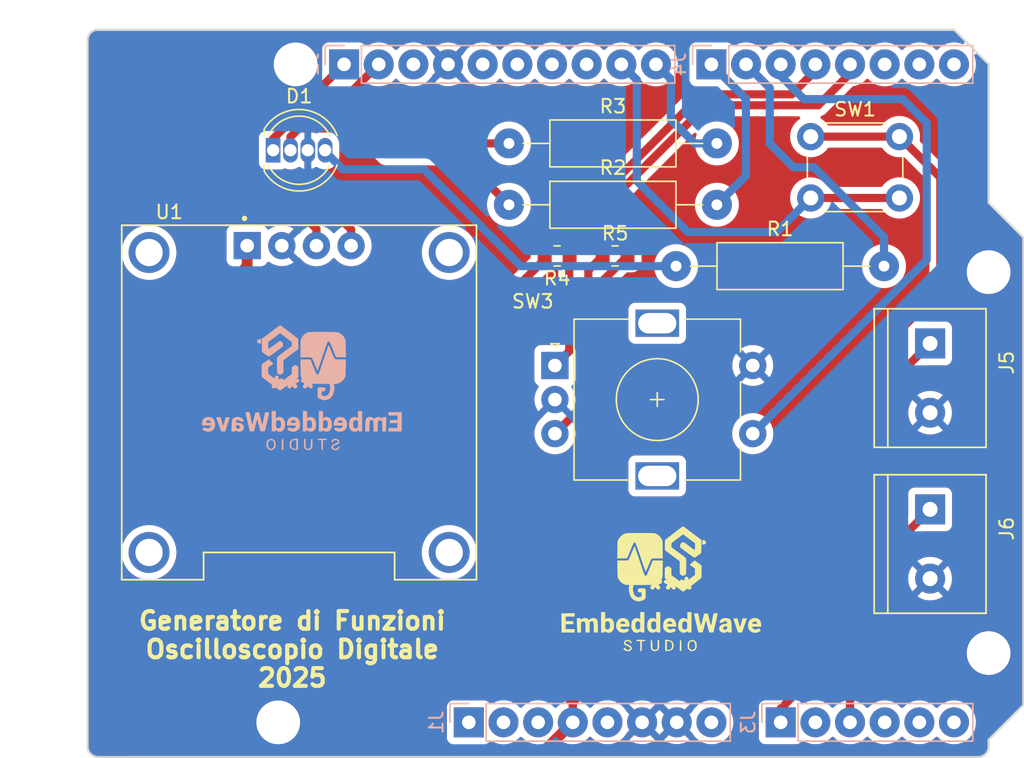
<source format=kicad_pcb>
(kicad_pcb (version 20241229) (generator "pcbnew") (generator_version "9.0")
  (title_block (date "mar. 31 mars 2015"))
  (layers (0 "F.Cu" signal) (2 "B.Cu" signal) (13 "F.Paste" user) (15 "B.Paste" user) (5 "F.SilkS" user "F.Silkscreen") (7 "B.SilkS" user "B.Silkscreen") (1 "F.Mask" user) (3 "B.Mask" user) (25 "Edge.Cuts" user))
  (net 0 "")
  (net 1 "GND")
  (net 3 "+5V")
  (net 4 "/IOREF")
  (net 5 "/A0")
  (net 6 "/A1")
  (net 7 "/A2")
  (net 8 "/A3")
  (net 9 "Net-(D1-RA)")
  (net 10 "Net-(D1-BA)")
  (net 11 "/13")
  (net 12 "/12")
  (net 13 "/AREF")
  (net 14 "Net-(D1-GA)")
  (net 15 "SCL")
  (net 16 "/*11")
  (net 17 "/*10")
  (net 18 "SDA")
  (net 19 "RED")
  (net 20 "/2")
  (net 21 "SW")
  (net 22 "GREEN")
  (net 23 "/TX{slash}1")
  (net 24 "DT")
  (net 25 "/RX{slash}0")
  (net 26 "+3V3")
  (net 27 "VCC")
  (net 28 "/~{RESET}")
  (net 29 "BLUE")
  (net 30 "CLK")
  (net 31 "SW_E")
  (footprint "DAVIDFELIZ:MODULE_DM-OLED096-636" (layer "F.Cu") (at 115.5 74)
    (property "Reference" "U1" (at -9.525 -13.97 0) (layer "F.SilkS"))
    (property "Value" "DM-OLED096-636")
    (pad "1" thru_hole rect (at -3.81 -11.5) (size 2 2) (drill 1) (layers "*.Cu" "*.Mask") (net 26 "+3V3"))
    (pad "2" thru_hole circle (at -1.27 -11.5) (size 2 2) (drill 1) (layers "*.Cu" "*.Mask") (net 1 "GND"))
    (pad "3" thru_hole circle (at 1.27 -11.5) (size 2 2) (drill 1) (layers "*.Cu" "*.Mask") (net 15 "SCL"))
    (pad "4" thru_hole circle (at 3.81 -11.5) (size 2 2) (drill 1) (layers "*.Cu" "*.Mask") (net 18 "SDA"))
    (pad "S1" thru_hole circle (at -11 -11) (size 3 3) (drill 2) (layers "*.Cu" "*.Mask"))
    (pad "S2" thru_hole circle (at 11 -11) (size 3 3) (drill 2) (layers "*.Cu" "*.Mask"))
    (pad "S3" thru_hole circle (at 11 11) (size 3 3) (drill 2) (layers "*.Cu" "*.Mask"))
    (pad "S4" thru_hole circle (at -11 11) (size 3 3) (drill 2) (layers "*.Cu" "*.Mask"))
  )
  (footprint "Resistor_THT:R_Axial_DIN0309_L9.0mm_D3.2mm_P15.24mm_Horizontal" (layer "F.Cu") (at 130.88 55)
    (property "Reference" "R3" (at 7.62 -2.72 0) (layer "F.SilkS"))
    (property "Value" "R")
    (pad "1" thru_hole circle (at 0 0) (size 2.2 2.2) (drill 0.8) (layers "*.Cu" "*.Mask") (net 9 "Net-(D1-RA)"))
    (pad "2" thru_hole circle (at 15.24 0) (size 2.2 2.2) (drill 0.8) (layers "*.Cu" "*.Mask") (net 19 "RED"))
  )
  (footprint "Rotary_Encoder:RotaryEncoder_Alps_EC11E-Switch_Vertical_H20mm" (layer "F.Cu") (at 134.25 71.2875)
    (property "Reference" "SW3" (at -1.625 -4.7 0) (layer "F.SilkS"))
    (property "Value" "RotaryEncoder_Switch_MP")
    (pad "A" thru_hole rect (at 0 0) (size 2 2) (drill 1) (layers "*.Cu" "*.Mask") (net 30 "CLK"))
    (pad "B" thru_hole circle (at 0 5) (size 2 2) (drill 1) (layers "*.Cu" "*.Mask") (net 24 "DT"))
    (pad "C" thru_hole circle (at 0 2.5) (size 2 2) (drill 1) (layers "*.Cu" "*.Mask") (net 1 "GND"))
    (pad "MP" thru_hole rect (at 7.5 -3.1) (size 3.2 2) (drill oval 2.8 1.5) (layers "*.Cu" "*.Mask"))
    (pad "MP" thru_hole rect (at 7.5 8.1) (size 3.2 2) (drill oval 2.8 1.5) (layers "*.Cu" "*.Mask"))
    (pad "S1" thru_hole circle (at 14.5 5) (size 2 2) (drill 1) (layers "*.Cu" "*.Mask") (net 31 "SW_E"))
    (pad "S2" thru_hole circle (at 14.5 0) (size 2 2) (drill 1) (layers "*.Cu" "*.Mask") (net 1 "GND"))
  )
  (footprint "Resistor_THT:R_Axial_DIN0309_L9.0mm_D3.2mm_P15.24mm_Horizontal" (layer "F.Cu") (at 143.13 64)
    (property "Reference" "R1" (at 7.62 -2.72 0) (layer "F.SilkS"))
    (property "Value" "R")
    (pad "1" thru_hole circle (at 0 0) (size 2.2 2.2) (drill 0.8) (layers "*.Cu" "*.Mask") (net 10 "Net-(D1-BA)"))
    (pad "2" thru_hole circle (at 15.24 0) (size 2.2 2.2) (drill 0.8) (layers "*.Cu" "*.Mask") (net 29 "BLUE"))
  )
  (footprint "Arduino_MountingHole:MountingHole_3.2mm" (layer "F.Cu") (at 115.24 49.2)
    (property "Reference" "MH1" (hide yes))
    (property "Value" "MountingHole_3.2mm" (hide yes))
    (pad "" np_thru_hole circle (at 0 0) (size 3.2 3.2) (drill 3.2) (layers "*.Cu" "*.Mask"))
  )
  (footprint "Resistor_SMD:R_0805_2012Metric" (layer "F.Cu") (at 134.4125 63.25 180)
    (property "Reference" "R4" (at 0 -1.65 0) (layer "F.SilkS"))
    (property "Value" "10K")
    (pad "1" smd roundrect (at -0.9125 0 180) (size 1.025 1.4) (layers "F.Cu" "F.Mask" "F.Paste") (roundrect_rratio 0.243902) (net 30 "CLK"))
    (pad "2" smd roundrect (at 0.9125 0 180) (size 1.025 1.4) (layers "F.Cu" "F.Mask" "F.Paste") (roundrect_rratio 0.243902) (net 26 "+3V3"))
  )
  (footprint "Resistor_SMD:R_0805_2012Metric" (layer "F.Cu") (at 138.6625 63.25)
    (property "Reference" "R5" (at 0 -1.65 0) (layer "F.SilkS"))
    (property "Value" "10K")
    (pad "1" smd roundrect (at -0.9125 0) (size 1.025 1.4) (layers "F.Cu" "F.Mask" "F.Paste") (roundrect_rratio 0.243902) (net 24 "DT"))
    (pad "2" smd roundrect (at 0.9125 0) (size 1.025 1.4) (layers "F.Cu" "F.Mask" "F.Paste") (roundrect_rratio 0.243902) (net 26 "+3V3"))
  )
  (footprint "DAVIDFELIZ:logo" (layer "F.Cu") (at 142 87.75)
    (property "Reference" "G***" (at 0 0 0) (layer "F.SilkS") (effects (font (size 1.5 1.5) (thickness 0.3))))
    (property "Value" "LOGO" (hide yes))
  )
  (footprint "Button_Switch_THT:SW_PUSH_6mm" (layer "F.Cu") (at 153 54.5)
    (property "Reference" "SW1" (at 3.25 -2 0) (layer "F.SilkS"))
    (property "Value" "SW_Push")
    (pad "1" thru_hole circle (at 0 0 90) (size 2 2) (drill 1.1) (layers "*.Cu" "*.Mask") (net 26 "+3V3"))
    (pad "1" thru_hole circle (at 6.5 0 90) (size 2 2) (drill 1.1) (layers "*.Cu" "*.Mask") (net 26 "+3V3"))
    (pad "2" thru_hole circle (at 0 4.5 90) (size 2 2) (drill 1.1) (layers "*.Cu" "*.Mask") (net 21 "SW"))
    (pad "2" thru_hole circle (at 6.5 4.5 90) (size 2 2) (drill 1.1) (layers "*.Cu" "*.Mask") (net 21 "SW"))
  )
  (footprint "Resistor_THT:R_Axial_DIN0309_L9.0mm_D3.2mm_P15.24mm_Horizontal" (layer "F.Cu") (at 130.88 59.5)
    (property "Reference" "R2" (at 7.62 -2.72 0) (layer "F.SilkS"))
    (property "Value" "R")
    (pad "1" thru_hole circle (at 0 0) (size 2.2 2.2) (drill 0.8) (layers "*.Cu" "*.Mask") (net 14 "Net-(D1-GA)"))
    (pad "2" thru_hole circle (at 15.24 0) (size 2.2 2.2) (drill 0.8) (layers "*.Cu" "*.Mask") (net 22 "GREEN"))
  )
  (footprint "DAVIDFELIZ:TE_282837-2" (layer "F.Cu") (at 161.75 84.38 -90)
    (property "Reference" "J6" (at -1.127255 -5.614945 90) (layer "F.SilkS") (effects (font (size 1.002039 1.002039))))
    (property "Value" "Screw_Terminal_01x02")
    (pad "1" thru_hole rect (at -2.54 0 270) (size 2.2 2.2) (drill 1.1) (layers "*.Cu" "*.Mask") (net 7 "/A2"))
    (pad "2" thru_hole circle (at 2.54 0 270) (size 2.2 2.2) (drill 1.1) (layers "*.Cu" "*.Mask") (net 1 "GND"))
  )
  (footprint "LED_THT:LED_D5.0mm-4_RGB" (layer "F.Cu") (at 113.595 55.5)
    (property "Reference" "D1" (at 1.905 -3.96 0) (layer "F.SilkS"))
    (property "Value" "LED_RGBK")
    (pad "1" thru_hole rect (at 0 0) (size 1.07 1.8) (drill 0.9) (layers "*.Cu" "*.Mask") (net 9 "Net-(D1-RA)"))
    (pad "2" thru_hole oval (at 1.27 0) (size 1.07 1.8) (drill 0.9) (layers "*.Cu" "*.Mask") (net 14 "Net-(D1-GA)"))
    (pad "3" thru_hole oval (at 2.54 0) (size 1.07 1.8) (drill 0.9) (layers "*.Cu" "*.Mask") (net 1 "GND"))
    (pad "4" thru_hole oval (at 3.81 0) (size 1.07 1.8) (drill 0.9) (layers "*.Cu" "*.Mask") (net 10 "Net-(D1-BA)"))
  )
  (footprint "DAVIDFELIZ:TE_282837-2" (layer "F.Cu") (at 161.75 72.21 -90)
    (property "Reference" "J5" (at -1.127255 -5.614945 90) (layer "F.SilkS") (effects (font (size 1.002039 1.002039))))
    (property "Value" "Screw_Terminal_01x02")
    (pad "1" thru_hole rect (at -2.54 0 270) (size 2.2 2.2) (drill 1.1) (layers "*.Cu" "*.Mask") (net 5 "/A0"))
    (pad "2" thru_hole circle (at 2.54 0 270) (size 2.2 2.2) (drill 1.1) (layers "*.Cu" "*.Mask") (net 1 "GND"))
  )
  (footprint "Arduino_MountingHole:MountingHole_3.2mm" (layer "F.Cu") (at 113.97 97.46)
    (property "Reference" "MH2" (hide yes))
    (property "Value" "MountingHole_3.2mm" (hide yes))
    (pad "" np_thru_hole circle (at 0 0) (size 3.2 3.2) (drill 3.2) (layers "*.Cu" "*.Mask"))
  )
  (footprint "Arduino_MountingHole:MountingHole_3.2mm" (layer "F.Cu") (at 166.04 64.44)
    (property "Reference" "MH3" (hide yes))
    (property "Value" "MountingHole_3.2mm" (hide yes))
    (pad "" np_thru_hole circle (at 0 0) (size 3.2 3.2) (drill 3.2) (layers "*.Cu" "*.Mask"))
  )
  (footprint "Arduino_MountingHole:MountingHole_3.2mm" (layer "F.Cu") (at 166.04 92.38)
    (property "Reference" "MH4" (hide yes))
    (property "Value" "MountingHole_3.2mm" (hide yes))
    (pad "" np_thru_hole circle (at 0 0) (size 3.2 3.2) (drill 3.2) (layers "*.Cu" "*.Mask"))
  )
  (footprint "Connector_PinHeader_2.54mm:PinHeader_1x08_P2.54mm_Vertical" (layer "B.Cu") (at 127.94 97.46 -90)
    (property "Reference" "J1" (at 0 2.38 90) (layer "B.SilkS") (effects (justify mirror)))
    (property "Value" "Power")
    (pad "1" thru_hole rect (at 0 0 270) (size 2.2 2.2) (drill 1) (layers "*.Cu" "*.Mask"))
    (pad "2" thru_hole circle (at 0 -2.54 270) (size 2.2 2.2) (drill 1) (layers "*.Cu" "*.Mask") (net 4 "/IOREF"))
    (pad "3" thru_hole circle (at 0 -5.08 270) (size 2.2 2.2) (drill 1) (layers "*.Cu" "*.Mask") (net 28 "/~{RESET}"))
    (pad "4" thru_hole circle (at 0 -7.62 270) (size 2.2 2.2) (drill 1) (layers "*.Cu" "*.Mask") (net 26 "+3V3"))
    (pad "5" thru_hole circle (at 0 -10.16 270) (size 2.2 2.2) (drill 1) (layers "*.Cu" "*.Mask") (net 3 "+5V"))
    (pad "6" thru_hole circle (at 0 -12.7 270) (size 2.2 2.2) (drill 1) (layers "*.Cu" "*.Mask") (net 1 "GND"))
    (pad "7" thru_hole circle (at 0 -15.24 270) (size 2.2 2.2) (drill 1) (layers "*.Cu" "*.Mask") (net 1 "GND"))
    (pad "8" thru_hole circle (at 0 -17.78 270) (size 2.2 2.2) (drill 1) (layers "*.Cu" "*.Mask") (net 27 "VCC"))
  )
  (footprint "Connector_PinHeader_2.54mm:PinHeader_1x06_P2.54mm_Vertical" (layer "B.Cu") (at 150.8 97.46 -90)
    (property "Reference" "J3" (at 0 2.38 90) (layer "B.SilkS") (effects (justify mirror)))
    (property "Value" "Analog")
    (pad "1" thru_hole rect (at 0 0 270) (size 2.2 2.2) (drill 1) (layers "*.Cu" "*.Mask") (net 5 "/A0"))
    (pad "2" thru_hole circle (at 0 -2.54 270) (size 2.2 2.2) (drill 1) (layers "*.Cu" "*.Mask") (net 6 "/A1"))
    (pad "3" thru_hole circle (at 0 -5.08 270) (size 2.2 2.2) (drill 1) (layers "*.Cu" "*.Mask") (net 7 "/A2"))
    (pad "4" thru_hole circle (at 0 -7.62 270) (size 2.2 2.2) (drill 1) (layers "*.Cu" "*.Mask") (net 8 "/A3"))
    (pad "5" thru_hole circle (at 0 -10.16 270) (size 2.2 2.2) (drill 1) (layers "*.Cu" "*.Mask") (net 18 "SDA"))
    (pad "6" thru_hole circle (at 0 -12.7 270) (size 2.2 2.2) (drill 1) (layers "*.Cu" "*.Mask") (net 15 "SCL"))
  )
  (footprint "Connector_PinHeader_2.54mm:PinHeader_1x10_P2.54mm_Vertical" (layer "B.Cu") (at 118.796 49.2 -90)
    (property "Reference" "J2" (at 0 2.38 90) (layer "B.SilkS") (effects (justify mirror)))
    (property "Value" "Digital/PWM")
    (pad "1" thru_hole rect (at 0 0 270) (size 2.2 2.2) (drill 1) (layers "*.Cu" "*.Mask") (net 15 "SCL"))
    (pad "2" thru_hole circle (at 0 -2.54 270) (size 2.2 2.2) (drill 1) (layers "*.Cu" "*.Mask") (net 18 "SDA"))
    (pad "3" thru_hole circle (at 0 -5.08 270) (size 2.2 2.2) (drill 1) (layers "*.Cu" "*.Mask") (net 13 "/AREF"))
    (pad "4" thru_hole circle (at 0 -7.62 270) (size 2.2 2.2) (drill 1) (layers "*.Cu" "*.Mask") (net 1 "GND"))
    (pad "5" thru_hole circle (at 0 -10.16 270) (size 2.2 2.2) (drill 1) (layers "*.Cu" "*.Mask") (net 11 "/13"))
    (pad "6" thru_hole circle (at 0 -12.7 270) (size 2.2 2.2) (drill 1) (layers "*.Cu" "*.Mask") (net 12 "/12"))
    (pad "7" thru_hole circle (at 0 -15.24 270) (size 2.2 2.2) (drill 1) (layers "*.Cu" "*.Mask") (net 16 "/*11"))
    (pad "8" thru_hole circle (at 0 -17.78 270) (size 2.2 2.2) (drill 1) (layers "*.Cu" "*.Mask") (net 17 "/*10"))
    (pad "9" thru_hole circle (at 0 -20.32 270) (size 2.2 2.2) (drill 1) (layers "*.Cu" "*.Mask") (net 21 "SW"))
    (pad "10" thru_hole circle (at 0 -22.86 270) (size 2.2 2.2) (drill 1) (layers "*.Cu" "*.Mask") (net 19 "RED"))
  )
  (footprint "Connector_PinHeader_2.54mm:PinHeader_1x08_P2.54mm_Vertical" (layer "B.Cu") (at 145.72 49.2 -90)
    (property "Reference" "J4" (at 0 2.38 90) (layer "B.SilkS") (effects (justify mirror)))
    (property "Value" "Digital/PWM")
    (pad "1" thru_hole rect (at 0 0 270) (size 2.2 2.2) (drill 1) (layers "*.Cu" "*.Mask") (net 22 "GREEN"))
    (pad "2" thru_hole circle (at 0 -2.54 270) (size 2.2 2.2) (drill 1) (layers "*.Cu" "*.Mask") (net 29 "BLUE"))
    (pad "3" thru_hole circle (at 0 -5.08 270) (size 2.2 2.2) (drill 1) (layers "*.Cu" "*.Mask") (net 31 "SW_E"))
    (pad "4" thru_hole circle (at 0 -7.62 270) (size 2.2 2.2) (drill 1) (layers "*.Cu" "*.Mask") (net 30 "CLK"))
    (pad "5" thru_hole circle (at 0 -10.16 270) (size 2.2 2.2) (drill 1) (layers "*.Cu" "*.Mask") (net 24 "DT"))
    (pad "6" thru_hole circle (at 0 -12.7 270) (size 2.2 2.2) (drill 1) (layers "*.Cu" "*.Mask") (net 20 "/2"))
    (pad "7" thru_hole circle (at 0 -15.24 270) (size 2.2 2.2) (drill 1) (layers "*.Cu" "*.Mask") (net 23 "/TX{slash}1"))
    (pad "8" thru_hole circle (at 0 -17.78 270) (size 2.2 2.2) (drill 1) (layers "*.Cu" "*.Mask") (net 25 "/RX{slash}0"))
  )
  (footprint "DAVIDFELIZ:logo" (layer "B.Cu") (at 115.75 73 180)
    (property "Reference" "G***" (at 0 0 0) (layer "B.SilkS") (effects (font (size 1.5 1.5) (thickness 0.3)) (justify mirror)))
    (property "Value" "LOGO" (hide yes))
  )
  (gr_line (start 166.04 59.36) (end 168.58 61.9) (stroke (width 0.15)) (layer "Edge.Cuts"))
  (gr_line (start 100 99.238) (end 100 47.422) (stroke (width 0.15)) (layer "Edge.Cuts"))
  (gr_line (start 168.58 61.9) (end 168.58 96.19) (stroke (width 0.15)) (layer "Edge.Cuts"))
  (gr_line (start 165.278 100) (end 100.762 100) (stroke (width 0.15)) (layer "Edge.Cuts"))
  (gr_line (start 100.762 46.66) (end 163.5 46.66) (stroke (width 0.15)) (layer "Edge.Cuts"))
  (gr_arc (start 100.762 100) (mid 100.223185 99.776815) (end 100 99.238) (stroke (width 0.15)) (layer "Edge.Cuts"))
  (gr_line (start 168.58 96.19) (end 166.04 98.73) (stroke (width 0.15)) (layer "Edge.Cuts"))
  (gr_line (start 163.5 46.66) (end 166.04 49.2) (stroke (width 0.15)) (layer "Edge.Cuts"))
  (gr_arc (start 166.04 99.238) (mid 165.816815 99.776815) (end 165.278 100) (stroke (width 0.15)) (layer "Edge.Cuts"))
  (gr_line (start 166.04 49.2) (end 166.04 59.36) (stroke (width 0.15)) (layer "Edge.Cuts"))
  (gr_line (start 166.04 98.73) (end 166.04 99.238) (stroke (width 0.15)) (layer "Edge.Cuts"))
  (gr_arc (start 100 47.422) (mid 100.223185 46.883185) (end 100.762 46.66) (stroke (width 0.15)) (layer "Edge.Cuts"))
  (gr_text "Generatore di Funzioni\nOscilloscopio Digitale\n2025" (at 115 89.25 0) (layer "F.SilkS") (effects (font (size 1.3 1.3) (thickness 0.3) (bold yes)) (justify top)))
  (segment (start 116.135 55.918704) (end 116.135 55.5) (width 0.6) (layer "B.Cu") (net 1))
  (segment (start 158.25 73.17) (end 161.75 69.67) (width 0.6) (layer "F.Cu") (net 5))
  (segment (start 150.8 96.45) (end 158.25 89) (width 0.6) (layer "F.Cu") (net 5))
  (segment (start 158.25 89) (end 158.25 73.17) (width 0.6) (layer "F.Cu") (net 5))
  (segment (start 150.8 97.46) (end 150.8 96.45) (width 0.6) (layer "F.Cu") (net 5))
  (segment (start 159.25 89.25) (end 159.25 84.34) (width 0.6) (layer "F.Cu") (net 7))
  (segment (start 159.25 84.34) (end 161.75 81.84) (width 0.6) (layer "F.Cu") (net 7))
  (segment (start 155.88 97.46) (end 155.88 92.62) (width 0.6) (layer "F.Cu") (net 7))
  (segment (start 155.88 92.62) (end 159.25 89.25) (width 0.6) (layer "F.Cu") (net 7))
  (segment (start 115.15 53.1) (end 113.595 54.655) (width 0.6) (layer "F.Cu") (net 9))
  (segment (start 113.595 54.655) (end 113.595 55.5) (width 0.6) (layer "F.Cu") (net 9))
  (segment (start 122.25 55) (end 120.35 53.1) (width 0.6) (layer "F.Cu") (net 9))
  (segment (start 120.35 53.1) (end 115.15 53.1) (width 0.6) (layer "F.Cu") (net 9))
  (segment (start 130.88 55) (end 122.25 55) (width 0.6) (layer "F.Cu") (net 9))
  (segment (start 118.7 56.9) (end 117.405 55.605) (width 0.6) (layer "B.Cu") (net 10))
  (segment (start 143.13 64) (end 131.75 64) (width 0.6) (layer "B.Cu") (net 10))
  (segment (start 131.75 64) (end 124.65 56.9) (width 0.6) (layer "B.Cu") (net 10))
  (segment (start 124.65 56.9) (end 118.7 56.9) (width 0.6) (layer "B.Cu") (net 10))
  (segment (start 117.405 55.605) (end 117.405 55.5) (width 0.6) (layer "B.Cu") (net 10))
  (segment (start 114.865 54.517786) (end 114.865 55.5) (width 0.6) (layer "F.Cu") (net 14))
  (segment (start 115.481786 53.901) (end 114.865 54.517786) (width 0.6) (layer "F.Cu") (net 14))
  (segment (start 127.181 55.801) (end 121.918214 55.801) (width 0.6) (layer "F.Cu") (net 14))
  (segment (start 130.88 59.5) (end 127.181 55.801) (width 0.6) (layer "F.Cu") (net 14))
  (segment (start 120.018214 53.901) (end 115.481786 53.901) (width 0.6) (layer "F.Cu") (net 14))
  (segment (start 121.817215 55.7) (end 120.018214 53.901) (width 0.6) (layer "F.Cu") (net 14))
  (segment (start 121.918214 55.801) (end 121.817215 55.7) (width 0.6) (layer "F.Cu") (net 14))
  (segment (start 116.77 61.27) (end 116 60.5) (width 0.6) (layer "F.Cu") (net 15))
  (segment (start 116.77 62.5) (end 116.77 61.27) (width 0.6) (layer "F.Cu") (net 15))
  (segment (start 116 60.5) (end 111.25 60.5) (width 0.6) (layer "F.Cu") (net 15))
  (segment (start 109.25 54.25) (end 112.25 51.25) (width 0.6) (layer "F.Cu") (net 15))
  (segment (start 112.25 51.25) (end 116.746 51.25) (width 0.6) (layer "F.Cu") (net 15))
  (segment (start 109.25 58.5) (end 109.25 54.25) (width 0.6) (layer "F.Cu") (net 15))
  (segment (start 116.746 51.25) (end 118.796 49.2) (width 0.6) (layer "F.Cu") (net 15))
  (segment (start 111.25 60.5) (end 109.25 58.5) (width 0.6) (layer "F.Cu") (net 15))
  (segment (start 119.31 61.31) (end 117.7 59.7) (width 0.6) (layer "F.Cu") (net 18))
  (segment (start 120.147 50.551) (end 120.147 50.389) (width 0.6) (layer "F.Cu") (net 18))
  (segment (start 117.7 59.7) (end 111.582786 59.7) (width 0.6) (layer "F.Cu") (net 18))
  (segment (start 118.485 52.051) (end 119.985 50.551) (width 0.6) (layer "F.Cu") (net 18))
  (segment (start 119.31 62.5) (end 119.31 61.31) (width 0.6) (layer "F.Cu") (net 18))
  (segment (start 110.051 58.168214) (end 110.051 54.581786) (width 0.6) (layer "F.Cu") (net 18))
  (segment (start 112.581786 52.051) (end 118.485 52.051) (width 0.6) (layer "F.Cu") (net 18))
  (segment (start 111.582786 59.7) (end 110.051 58.168214) (width 0.6) (layer "F.Cu") (net 18))
  (segment (start 119.985 50.551) (end 120.147 50.551) (width 0.6) (layer "F.Cu") (net 18))
  (segment (start 120.147 50.389) (end 121.336 49.2) (width 0.6) (layer "F.Cu") (net 18))
  (segment (start 110.051 54.581786) (end 112.581786 52.051) (width 0.6) (layer "F.Cu") (net 18))
  (segment (start 144.5 55) (end 142.75 53.25) (width 0.6) (layer "B.Cu") (net 19))
  (segment (start 146.12 55) (end 144.5 55) (width 0.6) (layer "B.Cu") (net 19))
  (segment (start 142.75 53.25) (end 142.75 50.294) (width 0.6) (layer "B.Cu") (net 19))
  (segment (start 142.75 50.294) (end 141.656 49.2) (width 0.6) (layer "B.Cu") (net 19))
  (segment (start 153 59) (end 159.5 59) (width 0.6) (layer "F.Cu") (net 21))
  (segment (start 140.25 50.334) (end 139.116 49.2) (width 0.6) (layer "B.Cu") (net 21))
  (segment (start 150.5 61.5) (end 144 61.5) (width 0.6) (layer "B.Cu") (net 21))
  (segment (start 144 61.5) (end 140.25 57.75) (width 0.6) (layer "B.Cu") (net 21))
  (segment (start 153 59) (end 150.5 61.5) (width 0.6) (layer "B.Cu") (net 21))
  (segment (start 140.25 57.75) (end 140.25 50.334) (width 0.6) (layer "B.Cu") (net 21))
  (segment (start 146.12 59.5) (end 148.25 57.37) (width 0.6) (layer "B.Cu") (net 22))
  (segment (start 148.25 57.37) (end 148.25 51.73) (width 0.6) (layer "B.Cu") (net 22))
  (segment (start 148.25 51.73) (end 145.72 49.2) (width 0.6) (layer "B.Cu") (net 22))
  (segment (start 137.75 63.25) (end 137.75 59.782786) (width 0.6) (layer "F.Cu") (net 24))
  (segment (start 137.75 63.25) (end 136.7 64.3) (width 0.6) (layer "F.Cu") (net 24))
  (segment (start 137.75 59.782786) (end 145.332786 52.2) (width 0.6) (layer "F.Cu") (net 24))
  (segment (start 145.332786 52.2) (end 153.55 52.2) (width 0.6) (layer "F.Cu") (net 24))
  (segment (start 153.55 52.2) (end 155.88 49.87) (width 0.6) (layer "F.Cu") (net 24))
  (segment (start 136.7 73.8375) (end 134.25 76.2875) (width 0.6) (layer "F.Cu") (net 24))
  (segment (start 136.7 64.3) (end 136.7 73.8375) (width 0.6) (layer "F.Cu") (net 24))
  (segment (start 155.88 49.87) (end 155.88 49.2) (width 0.6) (layer "F.Cu") (net 24))
  (segment (start 157.4 70.85) (end 157.4 88.469946) (width 0.6) (layer "F.Cu") (net 26))
  (segment (start 130.75 95.25) (end 124 88.5) (width 0.6) (layer "F.Cu") (net 26))
  (segment (start 159.5 54.5) (end 162.5 57.5) (width 0.6) (layer "F.Cu") (net 26))
  (segment (start 135.75 79.25) (end 133 79.25) (width 0.6) (layer "F.Cu") (net 26))
  (segment (start 133 79.25) (end 131.5 77.75) (width 0.6) (layer "F.Cu") (net 26))
  (segment (start 131.5 65.5) (end 133.5 63.5) (width 0.6) (layer "F.Cu") (net 26))
  (segment (start 101.5 96.75) (end 101.5 69.5) (width 0.8) (layer "F.Cu") (net 26))
  (segment (start 137.5 65.325) (end 137.5 77.5) (width 0.6) (layer "F.Cu") (net 26))
  (segment (start 150.619946 95.25) (end 136.31 95.25) (width 0.6) (layer "F.Cu") (net 26))
  (segment (start 111.69 64.01) (end 111.69 62.5) (width 0.8) (layer "F.Cu") (net 26))
  (segment (start 135.56 97.46) (end 135.56 96.25) (width 0.6) (layer "F.Cu") (net 26))
  (segment (start 104.25 99.5) (end 101.5 96.75) (width 0.8) (layer "F.Cu") (net 26))
  (segment (start 124 73) (end 131.5 65.5) (width 0.6) (layer "F.Cu") (net 26))
  (segment (start 135.56 97.46) (end 133.52 99.5) (width 0.8) (layer "F.Cu") (net 26))
  (segment (start 133.5 63.5) (end 133.5 63.25) (width 0.6) (layer "F.Cu") (net 26))
  (segment (start 136.31 95.25) (end 135.56 96) (width 0.6) (layer "F.Cu") (net 26))
  (segment (start 162.5 65.75) (end 157.4 70.85) (width 0.6) (layer "F.Cu") (net 26))
  (segment (start 137.5 77.5) (end 135.75 79.25) (width 0.6) (layer "F.Cu") (net 26))
  (segment (start 153 54.5) (end 159.5 54.5) (width 0.6) (layer "F.Cu") (net 26))
  (segment (start 124 88.5) (end 124 73) (width 0.6) (layer "F.Cu") (net 26))
  (segment (start 157.4 88.469946) (end 150.619946 95.25) (width 0.6) (layer "F.Cu") (net 26))
  (segment (start 109.95 65.75) (end 111.69 64.01) (width 0.8) (layer "F.Cu") (net 26))
  (segment (start 139.575 63.25) (end 137.5 65.325) (width 0.6) (layer "F.Cu") (net 26))
  (segment (start 135.56 96.25) (end 135.56 96.06) (width 0.6) (layer "F.Cu") (net 26))
  (segment (start 135.56 96.06) (end 134.75 95.25) (width 0.6) (layer "F.Cu") (net 26))
  (segment (start 133.52 99.5) (end 104.25 99.5) (width 0.8) (layer "F.Cu") (net 26))
  (segment (start 162.5 57.5) (end 162.5 65.75) (width 0.6) (layer "F.Cu") (net 26))
  (segment (start 105.25 65.75) (end 109.95 65.75) (width 0.8) (layer "F.Cu") (net 26))
  (segment (start 101.5 69.5) (end 105.25 65.75) (width 0.8) (layer "F.Cu") (net 26))
  (segment (start 134.75 95.25) (end 130.75 95.25) (width 0.6) (layer "F.Cu") (net 26))
  (segment (start 131.5 77.75) (end 131.5 65.5) (width 0.6) (layer "F.Cu") (net 26))
  (segment (start 135.56 96) (end 135.56 96.25) (width 0.6) (layer "F.Cu") (net 26))
  (segment (start 153.25 56.75) (end 158.37 61.87) (width 0.6) (layer "B.Cu") (net 29))
  (segment (start 158.37 61.87) (end 158.37 64) (width 0.6) (layer "B.Cu") (net 29))
  (segment (start 151.75 56.75) (end 153.25 56.75) (width 0.6) (layer "B.Cu") (net 29))
  (segment (start 150 50.94) (end 150 55) (width 0.6) (layer "B.Cu") (net 29))
  (segment (start 150 55) (end 151.75 56.75) (width 0.6) (layer "B.Cu") (net 29))
  (segment (start 148.26 49.2) (end 150 50.94) (width 0.6) (layer "B.Cu") (net 29))
  (segment (start 151.6 51.4) (end 153.34 49.66) (width 0.6) (layer "F.Cu") (net 30))
  (segment (start 135.325 63.25) (end 135.3 63.275) (width 0.6) (layer "F.Cu") (net 30))
  (segment (start 135.325 61.075) (end 145 51.4) (width 0.6) (layer "F.Cu") (net 30))
  (segment (start 153.34 49.66) (end 153.34 49.2) (width 0.6) (layer "F.Cu") (net 30))
  (segment (start 145 51.4) (end 151.6 51.4) (width 0.6) (layer "F.Cu") (net 30))
  (segment (start 135.3 70.2375) (end 134.25 71.2875) (width 0.6) (layer "F.Cu") (net 30))
  (segment (start 135.3 63.275) (end 135.3 70.2375) (width 0.6) (layer "F.Cu") (net 30))
  (segment (start 135.325 63.25) (end 135.325 61.075) (width 0.6) (layer "F.Cu") (net 30))
  (segment (start 150.8 50.05) (end 150.8 49.2) (width 0.6) (layer "B.Cu") (net 31))
  (segment (start 159.75 51.75) (end 152.5 51.75) (width 0.6) (layer "B.Cu") (net 31))
  (segment (start 148.75 76.2875) (end 161.5 63.5375) (width 0.6) (layer "B.Cu") (net 31))
  (segment (start 152.5 51.75) (end 150.8 50.05) (width 0.6) (layer "B.Cu") (net 31))
  (segment (start 161.5 53.5) (end 159.75 51.75) (width 0.6) (layer "B.Cu") (net 31))
  (segment (start 161.5 63.5375) (end 161.5 53.5) (width 0.6) (layer "B.Cu") (net 31))
  (zone (net 1) (net_name "GND") (layers "F.Cu" "B.Cu") (connect_pads (clearance 0.508)) (min_thickness 0.25) (fill yes (thermal_gap 0.5) (thermal_bridge_width 0.5))
    (polygon (pts (xy 100 46.75) (xy 100 100) (xy 168.5 100) (xy 168.5 46.75)))
  )
)
</source>
